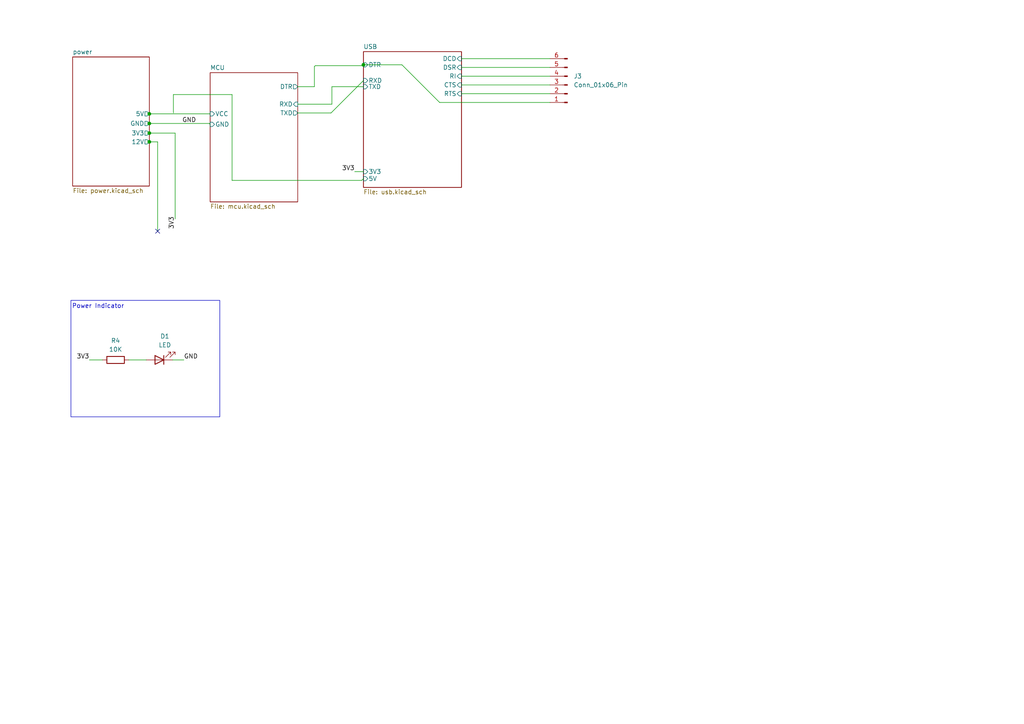
<source format=kicad_sch>
(kicad_sch (version 20250114) (generator "eeschema") (generator_version "9.0")
  (paper "A4")
  (title_block (title "ATMEGA328 Development Board") (date "2025-09-25") (rev "0.0.0") (company "Primzel Technologies"))
  (lib_symbols
    (symbol "Connector:Conn_01x06_Pin" (pin_names (offset 1.016) (hide yes))
      (property "Reference" "J" (at 0 7.62 0))
      (property "Value" "Conn_01x06_Pin" (at 0 -10.16 0))
      (symbol "Conn_01x06_Pin_1_1"
        (rectangle (start 0.8636 5.207) (end 0 4.953) (stroke (width 0.1524)) (fill (type outline)))
        (rectangle (start 0.8636 2.667) (end 0 2.413) (stroke (width 0.1524)) (fill (type outline)))
        (rectangle (start 0.8636 0.127) (end 0 -0.127) (stroke (width 0.1524)) (fill (type outline)))
        (rectangle (start 0.8636 -2.413) (end 0 -2.667) (stroke (width 0.1524)) (fill (type outline)))
        (rectangle (start 0.8636 -4.953) (end 0 -5.207) (stroke (width 0.1524)) (fill (type outline)))
        (rectangle (start 0.8636 -7.493) (end 0 -7.747) (stroke (width 0.1524)) (fill (type outline)))
        (polyline (pts (xy 1.27 5.08) (xy 0.8636 5.08)) (stroke (width 0.1524)))
        (polyline (pts (xy 1.27 2.54) (xy 0.8636 2.54)) (stroke (width 0.1524)))
        (polyline (pts (xy 1.27 0) (xy 0.8636 0)) (stroke (width 0.1524)))
        (polyline (pts (xy 1.27 -2.54) (xy 0.8636 -2.54)) (stroke (width 0.1524)))
        (polyline (pts (xy 1.27 -5.08) (xy 0.8636 -5.08)) (stroke (width 0.1524)))
        (polyline (pts (xy 1.27 -7.62) (xy 0.8636 -7.62)) (stroke (width 0.1524)))
        (pin passive line (at 5.08 5.08 180) (length 3.81) (name "Pin_1") (number "1"))
        (pin passive line (at 5.08 2.54 180) (length 3.81) (name "Pin_2") (number "2"))
        (pin passive line (at 5.08 0 180) (length 3.81) (name "Pin_3") (number "3"))
        (pin passive line (at 5.08 -2.54 180) (length 3.81) (name "Pin_4") (number "4"))
        (pin passive line (at 5.08 -5.08 180) (length 3.81) (name "Pin_5") (number "5"))
        (pin passive line (at 5.08 -7.62 180) (length 3.81) (name "Pin_6") (number "6"))
      )
    )
    (symbol "Device:LED" (pin_numbers (hide yes)) (pin_names (offset 1.016) (hide yes))
      (property "Reference" "D" (at 0 2.54 0))
      (property "Value" "LED" (at 0 -2.54 0))
      (symbol "LED_0_1"
        (polyline (pts (xy -3.048 -0.762) (xy -4.572 -2.286) (xy -3.81 -2.286) (xy -4.572 -2.286) (xy -4.572 -1.524)))
        (polyline (pts (xy -1.778 -0.762) (xy -3.302 -2.286) (xy -2.54 -2.286) (xy -3.302 -2.286) (xy -3.302 -1.524)))
        (polyline (pts (xy -1.27 0) (xy 1.27 0)))
        (polyline (pts (xy -1.27 -1.27) (xy -1.27 1.27)) (stroke (width 0.254)))
        (polyline (pts (xy 1.27 -1.27) (xy 1.27 1.27) (xy -1.27 0) (xy 1.27 -1.27)) (stroke (width 0.254)))
      )
      (symbol "LED_1_1"
        (pin passive line (at -3.81 0 0) (length 2.54) (name "K") (number "1"))
        (pin passive line (at 3.81 0 180) (length 2.54) (name "A") (number "2"))
      )
    )
    (symbol "Device:R" (pin_numbers (hide yes)) (pin_names (offset 0))
      (property "Reference" "R" (at 2.032 0 90))
      (property "Value" "R" (at 0 0 90))
      (symbol "R_0_1"
        (rectangle (start -1.016 -2.54) (end 1.016 2.54) (stroke (width 0.254)))
      )
      (symbol "R_1_1"
        (pin passive line (at 0 3.81 270) (length 1.27) (name "~") (number "1"))
        (pin passive line (at 0 -3.81 90) (length 1.27) (name "~") (number "2"))
      )
    )
  )
  (rectangle (start 20.574 87.122) (end 63.754 120.904))
  (text "Power Indicator" (at 28.448 88.9 0) (effects (font (size 1.27 1.27))))
  (junction (at 43.307 33.02))
  (junction (at 43.307 38.608))
  (junction (at 43.307 35.814))
  (junction (at 105.41 18.796))
  (junction (at 43.307 41.148))
  (no_connect (at 45.72 67.056))
  (wire (pts (xy 67.31 27.432) (xy 67.31 52.324)))
  (wire (pts (xy 43.18 41.148) (xy 43.307 41.148)))
  (wire (pts (xy 45.72 41.148) (xy 45.72 67.056)))
  (wire (pts (xy 96.266 25.146) (xy 105.41 25.146)))
  (wire (pts (xy 43.18 35.814) (xy 43.307 35.814)))
  (wire (pts (xy 133.858 17.018) (xy 159.512 17.018)))
  (wire (pts (xy 133.858 24.638) (xy 159.512 24.638)))
  (wire (pts (xy 86.36 32.766) (xy 96.012 32.766)))
  (wire (pts (xy 96.266 30.226) (xy 86.36 30.226)))
  (wire (pts (xy 96.266 30.226) (xy 96.266 25.146)))
  (wire (pts (xy 37.338 104.394) (xy 42.418 104.394)))
  (wire (pts (xy 86.36 25.146) (xy 91.186 25.146)))
  (wire (pts (xy 43.307 33.02) (xy 60.96 33.02)))
  (wire (pts (xy 116.586 18.796) (xy 105.41 18.796)))
  (wire (pts (xy 91.186 19.304) (xy 91.44 19.05)))
  (wire (pts (xy 43.307 38.608) (xy 50.8 38.608)))
  (wire (pts (xy 50.8 38.608) (xy 50.8 63.5)))
  (wire (pts (xy 50.038 104.394) (xy 53.34 104.394)))
  (wire (pts (xy 60.706 35.814) (xy 60.96 36.068)))
  (wire (pts (xy 159.512 29.718) (xy 127.508 29.718)))
  (wire (pts (xy 96.012 32.766) (xy 105.41 23.368)))
  (wire (pts (xy 25.908 104.394) (xy 29.718 104.394)))
  (wire (pts (xy 102.87 49.784) (xy 105.41 49.784)))
  (wire (pts (xy 43.307 35.814) (xy 60.706 35.814)))
  (wire (pts (xy 105.41 18.796) (xy 105.156 19.05)))
  (wire (pts (xy 50.292 27.432) (xy 50.292 32.766)))
  (wire (pts (xy 67.31 52.324) (xy 104.902 52.324)))
  (wire (pts (xy 43.18 33.02) (xy 43.307 33.02)))
  (wire (pts (xy 50.292 27.432) (xy 67.31 27.432)))
  (wire (pts (xy 43.18 38.608) (xy 43.307 38.608)))
  (wire (pts (xy 104.902 52.324) (xy 105.41 51.816)))
  (wire (pts (xy 127.508 29.718) (xy 116.586 18.796)))
  (wire (pts (xy 133.858 27.178) (xy 159.512 27.178)))
  (wire (pts (xy 133.858 22.098) (xy 159.512 22.098)))
  (wire (pts (xy 91.44 19.05) (xy 105.156 19.05)))
  (wire (pts (xy 133.858 19.558) (xy 159.512 19.558)))
  (wire (pts (xy 91.186 25.146) (xy 91.186 19.304)))
  (wire (pts (xy 43.307 41.148) (xy 45.72 41.148)))
  (label "GND" (at 52.832 35.814 0))
  (label "3V3" (at 25.908 104.394 180))
  (label "3V3" (at 102.87 49.784 180))
  (label "GND" (at 53.34 104.394 0))
  (label "3V3" (at 50.8 62.738 270))
  (symbol (lib_id "Device:R") (at 33.528 104.394 270) (unit 1)
    (property "Reference" "R4" (at 33.528 98.806 90))
    (property "Value" "10K" (at 33.528 101.346 90))
    (property "Footprint" "Resistor_THT:R_Axial_DIN0207_L6.3mm_D2.5mm_P7.62mm_Horizontal" (effects (hide yes)))
    (property "Description" "Resistor" (effects (hide yes)))
  )
  (symbol (lib_id "Connector:Conn_01x06_Pin") (at 164.592 24.638 180) (unit 1)
    (property "Reference" "J3" (at 166.37 22.0979 0) (effects (justify right)))
    (property "Value" "Conn_01x06_Pin" (at 166.37 24.6379 0) (effects (justify right)))
    (property "Footprint" "Connector_PinHeader_1.27mm:PinHeader_1x06_P1.27mm_Vertical" (effects (hide yes)))
    (property "Description" "Generic connector, single row, 01x06, script generated" (effects (hide yes)))
  )
  (symbol (lib_id "Device:LED") (at 46.228 104.394 180) (unit 1)
    (property "Reference" "D1" (at 47.8155 97.536 0))
    (property "Value" "LED" (at 47.8155 100.076 0))
    (property "Footprint" "LED_THT:LED_D3.0mm" (effects (hide yes)))
    (property "Description" "Light emitting diode" (effects (hide yes)))
    (property "Sim.Pins" "1=K 2=A" (effects (hide yes)))
  )
  (sheet (at 21.082 16.51) (size 22.225 37.465) (stroke (width 0.1524))
    (property "Sheetname" "power" (at 21.082 15.7984 0) (effects (justify left bottom)))
    (property "Sheetfile" "power.kicad_sch" (at 21.082 54.5596 0) (effects (justify left top)))
    (pin "GND" output (at 43.307 35.814 0))
    (pin "5V" output (at 43.307 33.02 0))
    (pin "3V3" output (at 43.307 38.608 0))
    (pin "12V" output (at 43.307 41.148 0))
  )
  (sheet (at 105.41 14.986) (size 28.448 39.37) (stroke (width 0.1524))
    (property "Sheetname" "USB" (at 105.41 14.2744 0) (effects (justify left bottom)))
    (property "Sheetfile" "usb.kicad_sch" (at 105.41 54.9406 0) (effects (justify left top)))
    (pin "DTR" input (at 105.41 18.796 180))
    (pin "DSR" input (at 133.858 19.558 0))
    (pin "RXD" input (at 105.41 23.368 180))
    (pin "RI" input (at 133.858 22.098 0))
    (pin "TXD" input (at 105.41 25.146 180))
    (pin "DCD" input (at 133.858 17.018 0))
    (pin "CTS" input (at 133.858 24.638 0))
    (pin "RTS" input (at 133.858 27.178 0))
    (pin "3V3" input (at 105.41 49.784 180))
    (pin "5V" input (at 105.41 51.816 180))
  )
  (sheet (at 60.96 21.082) (size 25.4 37.465) (stroke (width 0.1524))
    (property "Sheetname" "MCU" (at 60.96 20.3704 0) (effects (justify left bottom)))
    (property "Sheetfile" "mcu.kicad_sch" (at 60.96 59.1316 0) (effects (justify left top)))
    (pin "VCC" input (at 60.96 33.02 180))
    (pin "GND" input (at 60.96 36.068 180))
    (pin "RXD" input (at 86.36 30.226 0))
    (pin "TXD" output (at 86.36 32.766 0))
    (pin "DTR" output (at 86.36 25.146 0))
  )
)
</source>
